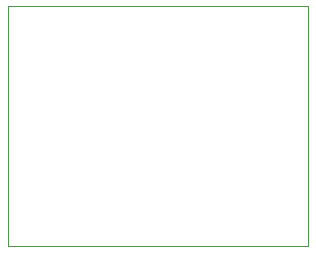
<source format=gbr>
%TF.GenerationSoftware,KiCad,Pcbnew,7.0.10*%
%TF.CreationDate,2024-02-06T00:10:35-05:00*%
%TF.ProjectId,hole_test,686f6c65-5f74-4657-9374-2e6b69636164,rev?*%
%TF.SameCoordinates,Original*%
%TF.FileFunction,Profile,NP*%
%FSLAX46Y46*%
G04 Gerber Fmt 4.6, Leading zero omitted, Abs format (unit mm)*
G04 Created by KiCad (PCBNEW 7.0.10) date 2024-02-06 00:10:35*
%MOMM*%
%LPD*%
G01*
G04 APERTURE LIST*
%TA.AperFunction,Profile*%
%ADD10C,0.100000*%
%TD*%
G04 APERTURE END LIST*
D10*
X81280000Y-63500000D02*
X106680000Y-63500000D01*
X106680000Y-83820000D01*
X81280000Y-83820000D01*
X81280000Y-63500000D01*
M02*

</source>
